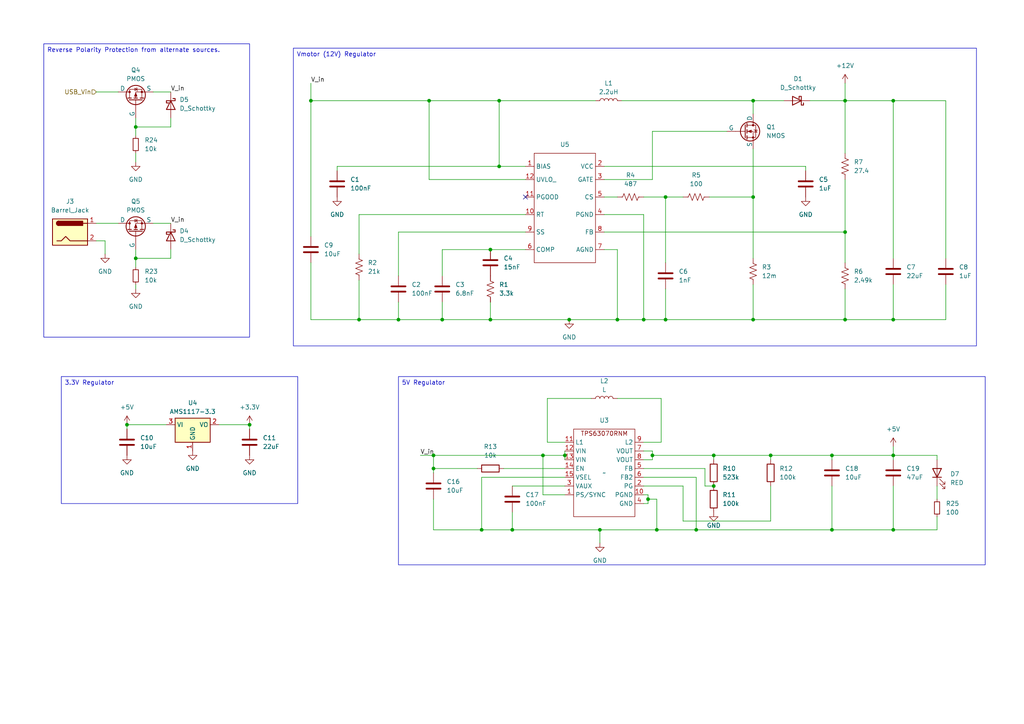
<source format=kicad_sch>
(kicad_sch (version 20230121) (generator eeschema)
  (paper "A4")
  (lib_symbols
    (symbol "Connector:Barrel_Jack" (pin_names (offset 1.016))
      (property "Reference" "J" (at 0 5.334 0))
      (property "Value" "Barrel_Jack" (at 0 -5.08 0))
      (symbol "Barrel_Jack_0_1"
        (rectangle (start -5.08 3.81) (end 5.08 -3.81) (stroke (width 0.254)) (fill (type background)))
        (arc (start -3.302 3.175) (mid -3.9343 2.54) (end -3.302 1.905) (stroke (width 0.254)))
        (arc (start -3.302 3.175) (mid -3.9343 2.54) (end -3.302 1.905) (stroke (width 0.254)) (fill (type outline)))
        (polyline (pts (xy 5.08 2.54) (xy 3.81 2.54)) (stroke (width 0.254)))
        (polyline (pts (xy -3.81 -2.54) (xy -2.54 -2.54) (xy -1.27 -1.27) (xy 0 -2.54) (xy 2.54 -2.54) (xy 5.08 -2.54)) (stroke (width 0.254)))
        (rectangle (start 3.683 3.175) (end -3.302 1.905) (stroke (width 0.254)) (fill (type outline)))
      )
      (symbol "Barrel_Jack_1_1"
        (pin passive line (at 7.62 2.54 180) (length 2.54) (name "~") (number "1"))
        (pin passive line (at 7.62 -2.54 180) (length 2.54) (name "~") (number "2"))
      )
    )
    (symbol "Device:C" (pin_numbers hide) (pin_names (offset 0.254))
      (property "Reference" "C" (at 0.635 2.54 0))
      (property "Value" "C" (at 0.635 -2.54 0))
      (symbol "C_0_1"
        (polyline (pts (xy -2.032 -0.762) (xy 2.032 -0.762)) (stroke (width 0.508)))
        (polyline (pts (xy -2.032 0.762) (xy 2.032 0.762)) (stroke (width 0.508)))
      )
      (symbol "C_1_1"
        (pin passive line (at 0 3.81 270) (length 2.794) (name "~") (number "1"))
        (pin passive line (at 0 -3.81 90) (length 2.794) (name "~") (number "2"))
      )
    )
    (symbol "Device:D_Schottky" (pin_numbers hide) (pin_names (offset 1.016) hide)
      (property "Reference" "D" (at 0 2.54 0))
      (property "Value" "D_Schottky" (at 0 -2.54 0))
      (symbol "D_Schottky_0_1"
        (polyline (pts (xy 1.27 0) (xy -1.27 0)))
        (polyline (pts (xy 1.27 1.27) (xy 1.27 -1.27) (xy -1.27 0) (xy 1.27 1.27)) (stroke (width 0.254)))
        (polyline (pts (xy -1.905 0.635) (xy -1.905 1.27) (xy -1.27 1.27) (xy -1.27 -1.27) (xy -0.635 -1.27) (xy -0.635 -0.635)) (stroke (width 0.254)))
      )
      (symbol "D_Schottky_1_1"
        (pin passive line (at -3.81 0 0) (length 2.54) (name "K") (number "1"))
        (pin passive line (at 3.81 0 180) (length 2.54) (name "A") (number "2"))
      )
    )
    (symbol "Device:L" (pin_numbers hide) (pin_names (offset 1.016) hide)
      (property "Reference" "L" (at -1.27 0 90))
      (property "Value" "L" (at 1.905 0 90))
      (symbol "L_0_1"
        (arc (start 0 -2.54) (mid 0.6323 -1.905) (end 0 -1.27))
        (arc (start 0 -1.27) (mid 0.6323 -0.635) (end 0 0))
        (arc (start 0 0) (mid 0.6323 0.635) (end 0 1.27))
        (arc (start 0 1.27) (mid 0.6323 1.905) (end 0 2.54))
      )
      (symbol "L_1_1"
        (pin passive line (at 0 3.81 270) (length 1.27) (name "1") (number "1"))
        (pin passive line (at 0 -3.81 90) (length 1.27) (name "2") (number "2"))
      )
    )
    (symbol "Device:LED" (pin_numbers hide) (pin_names (offset 1.016) hide)
      (property "Reference" "D" (at 0 2.54 0))
      (property "Value" "LED" (at 0 -2.54 0))
      (symbol "LED_0_1"
        (polyline (pts (xy -1.27 -1.27) (xy -1.27 1.27)) (stroke (width 0.254)))
        (polyline (pts (xy -1.27 0) (xy 1.27 0)))
        (polyline (pts (xy 1.27 -1.27) (xy 1.27 1.27) (xy -1.27 0) (xy 1.27 -1.27)) (stroke (width 0.254)))
        (polyline (pts (xy -3.048 -0.762) (xy -4.572 -2.286) (xy -3.81 -2.286) (xy -4.572 -2.286) (xy -4.572 -1.524)))
        (polyline (pts (xy -1.778 -0.762) (xy -3.302 -2.286) (xy -2.54 -2.286) (xy -3.302 -2.286) (xy -3.302 -1.524)))
      )
      (symbol "LED_1_1"
        (pin passive line (at -3.81 0 0) (length 2.54) (name "K") (number "1"))
        (pin passive line (at 3.81 0 180) (length 2.54) (name "A") (number "2"))
      )
    )
    (symbol "Device:R" (pin_numbers hide) (pin_names (offset 0))
      (property "Reference" "R" (at 2.032 0 90))
      (property "Value" "R" (at 0 0 90))
      (symbol "R_0_1"
        (rectangle (start -1.016 -2.54) (end 1.016 2.54) (stroke (width 0.254)))
      )
      (symbol "R_1_1"
        (pin passive line (at 0 3.81 270) (length 1.27) (name "~") (number "1"))
        (pin passive line (at 0 -3.81 90) (length 1.27) (name "~") (number "2"))
      )
    )
    (symbol "Device:R_Small" (pin_numbers hide) (pin_names (offset 0.254) hide)
      (property "Reference" "R" (at 0.762 0.508 0))
      (property "Value" "R_Small" (at 0.762 -1.016 0))
      (symbol "R_Small_0_1"
        (rectangle (start -0.762 1.778) (end 0.762 -1.778) (stroke (width 0.2032)))
      )
      (symbol "R_Small_1_1"
        (pin passive line (at 0 2.54 270) (length 0.762) (name "~") (number "1"))
        (pin passive line (at 0 -2.54 90) (length 0.762) (name "~") (number "2"))
      )
    )
    (symbol "Device:R_US" (pin_numbers hide) (pin_names (offset 0))
      (property "Reference" "R" (at 2.54 0 90))
      (property "Value" "R_US" (at -2.54 0 90))
      (symbol "R_US_0_1"
        (polyline (pts (xy 0 -2.286) (xy 0 -2.54)))
        (polyline (pts (xy 0 2.286) (xy 0 2.54)))
        (polyline (pts (xy 0 -0.762) (xy 1.016 -1.143) (xy 0 -1.524) (xy -1.016 -1.905) (xy 0 -2.286)))
        (polyline (pts (xy 0 0.762) (xy 1.016 0.381) (xy 0 0) (xy -1.016 -0.381) (xy 0 -0.762)))
        (polyline (pts (xy 0 2.286) (xy 1.016 1.905) (xy 0 1.524) (xy -1.016 1.143) (xy 0 0.762)))
      )
      (symbol "R_US_1_1"
        (pin passive line (at 0 3.81 270) (length 1.27) (name "~") (number "1"))
        (pin passive line (at 0 -3.81 90) (length 1.27) (name "~") (number "2"))
      )
    )
    (symbol "OSMI-parts:LM51551DSS"
      (property "Reference" "U" (at 0 2.54 0))
      (symbol "LM51551DSS_1_1"
        (rectangle (start -8.89 17.78) (end 8.89 -13.97))
        (pin power_in line (at -11.43 13.97 0) (length 2.54) (name "BIAS") (number "1"))
        (pin input line (at -11.43 0 0) (length 2.54) (name "RT") (number "10"))
        (pin output line (at -11.43 5.08 0) (length 2.54) (name "PGOOD") (number "11"))
        (pin input line (at -11.43 10.16 0) (length 2.54) (name "UVLO_") (number "12"))
        (pin power_out line (at 11.43 13.97 180) (length 2.54) (name "VCC") (number "2"))
        (pin output line (at 11.43 10.16 180) (length 2.54) (name "GATE") (number "3"))
        (pin power_in line (at 11.43 0 180) (length 2.54) (name "PGND") (number "4"))
        (pin input line (at 11.43 5.08 180) (length 2.54) (name "CS") (number "5"))
        (pin output line (at -11.43 -10.16 0) (length 2.54) (name "COMP") (number "6"))
        (pin power_in line (at 11.43 -10.16 180) (length 2.54) (name "AGND") (number "7"))
        (pin input line (at 11.43 -5.08 180) (length 2.54) (name "FB") (number "8"))
        (pin input line (at -11.43 -5.08 0) (length 2.54) (name "SS") (number "9"))
      )
    )
    (symbol "OSMI-parts:TPS63070RNM"
      (property "Reference" "U3" (at 0 15.24 0))
      (property "Value" "~" (at 0 0 0))
      (symbol "TPS63070RNM_0_1"
        (rectangle (start -8.89 12.7) (end 8.89 -12.7))
      )
      (symbol "TPS63070RNM_1_1"
        (text "TPS63070RNM" (at 0 11.43 0) (effects (font (size 1.27 1.27))))
        (pin input line (at -11.43 -6.35 0) (length 2.54) (name "PS/SYNC") (number "1"))
        (pin power_in line (at 11.43 -6.35 180) (length 2.54) (name "PGND") (number "10"))
        (pin input line (at -11.43 8.89 0) (length 2.54) (name "L1") (number "11"))
        (pin input line (at -11.43 6.35 0) (length 2.54) (name "VIN") (number "12"))
        (pin input line (at -11.43 3.81 0) (length 2.54) (name "VIN") (number "13"))
        (pin input line (at -11.43 1.27 0) (length 2.54) (name "EN") (number "14"))
        (pin input line (at -11.43 -1.27 0) (length 2.54) (name "VSEL") (number "15"))
        (pin output line (at 11.43 -3.81 180) (length 2.54) (name "PG") (number "2"))
        (pin output line (at -11.43 -3.81 0) (length 2.54) (name "VAUX") (number "3"))
        (pin power_in line (at 11.43 -8.89 180) (length 2.54) (name "GND") (number "4"))
        (pin input line (at 11.43 1.27 180) (length 2.54) (name "FB") (number "5"))
        (pin input line (at 11.43 -1.27 180) (length 2.54) (name "FB2") (number "6"))
        (pin power_out line (at 11.43 6.35 180) (length 2.54) (name "VOUT") (number "7"))
        (pin power_out line (at 11.43 3.81 180) (length 2.54) (name "VOUT") (number "8"))
        (pin input line (at 11.43 8.89 180) (length 2.54) (name "L2") (number "9"))
      )
    )
    (symbol "Regulator_Linear:AMS1117-3.3"
      (property "Reference" "U" (at -3.81 3.175 0))
      (property "Value" "AMS1117-3.3" (at 0 3.175 0))
      (symbol "AMS1117-3.3_0_1"
        (rectangle (start -5.08 -5.08) (end 5.08 1.905) (stroke (width 0.254)) (fill (type background)))
      )
      (symbol "AMS1117-3.3_1_1"
        (pin power_in line (at 0 -7.62 90) (length 2.54) (name "GND") (number "1"))
        (pin power_out line (at 7.62 0 180) (length 2.54) (name "VO") (number "2"))
        (pin power_in line (at -7.62 0 0) (length 2.54) (name "VI") (number "3"))
      )
    )
    (symbol "Simulation_SPICE:NMOS" (pin_numbers hide) (pin_names (offset 0))
      (property "Reference" "Q" (at 5.08 1.27 0))
      (property "Value" "NMOS" (at 5.08 -1.27 0))
      (symbol "NMOS_0_1"
        (polyline (pts (xy 0.254 0) (xy -2.54 0)))
        (polyline (pts (xy 0.254 1.905) (xy 0.254 -1.905)) (stroke (width 0.254)))
        (polyline (pts (xy 0.762 -1.27) (xy 0.762 -2.286)) (stroke (width 0.254)))
        (polyline (pts (xy 0.762 0.508) (xy 0.762 -0.508)) (stroke (width 0.254)))
        (polyline (pts (xy 0.762 2.286) (xy 0.762 1.27)) (stroke (width 0.254)))
        (polyline (pts (xy 2.54 2.54) (xy 2.54 1.778)))
        (polyline (pts (xy 2.54 -2.54) (xy 2.54 0) (xy 0.762 0)))
        (polyline (pts (xy 0.762 -1.778) (xy 3.302 -1.778) (xy 3.302 1.778) (xy 0.762 1.778)))
        (polyline (pts (xy 1.016 0) (xy 2.032 0.381) (xy 2.032 -0.381) (xy 1.016 0)) (fill (type outline)))
        (polyline (pts (xy 2.794 0.508) (xy 2.921 0.381) (xy 3.683 0.381) (xy 3.81 0.254)))
        (polyline (pts (xy 3.302 0.381) (xy 2.921 -0.254) (xy 3.683 -0.254) (xy 3.302 0.381)))
        (circle (center 1.651 0) (radius 2.794) (stroke (width 0.254)))
        (circle (center 2.54 -1.778) (radius 0.254) (fill (type outline)))
        (circle (center 2.54 1.778) (radius 0.254) (fill (type outline)))
      )
      (symbol "NMOS_1_1"
        (pin passive line (at 2.54 5.08 270) (length 2.54) (name "D") (number "1"))
        (pin input line (at -5.08 0 0) (length 2.54) (name "G") (number "2"))
        (pin passive line (at 2.54 -5.08 90) (length 2.54) (name "S") (number "3"))
      )
    )
    (symbol "Simulation_SPICE:PMOS" (pin_numbers hide) (pin_names (offset 0))
      (property "Reference" "Q" (at 5.08 1.27 0))
      (property "Value" "PMOS" (at 5.08 -1.27 0))
      (symbol "PMOS_0_1"
        (polyline (pts (xy 0.254 0) (xy -2.54 0)))
        (polyline (pts (xy 0.254 1.905) (xy 0.254 -1.905)) (stroke (width 0.254)))
        (polyline (pts (xy 0.762 -1.27) (xy 0.762 -2.286)) (stroke (width 0.254)))
        (polyline (pts (xy 0.762 0.508) (xy 0.762 -0.508)) (stroke (width 0.254)))
        (polyline (pts (xy 0.762 2.286) (xy 0.762 1.27)) (stroke (width 0.254)))
        (polyline (pts (xy 2.54 2.54) (xy 2.54 1.778)))
        (polyline (pts (xy 2.54 -2.54) (xy 2.54 0) (xy 0.762 0)))
        (polyline (pts (xy 0.762 1.778) (xy 3.302 1.778) (xy 3.302 -1.778) (xy 0.762 -1.778)))
        (polyline (pts (xy 2.286 0) (xy 1.27 0.381) (xy 1.27 -0.381) (xy 2.286 0)) (fill (type outline)))
        (polyline (pts (xy 2.794 -0.508) (xy 2.921 -0.381) (xy 3.683 -0.381) (xy 3.81 -0.254)))
        (polyline (pts (xy 3.302 -0.381) (xy 2.921 0.254) (xy 3.683 0.254) (xy 3.302 -0.381)))
        (circle (center 1.651 0) (radius 2.794) (stroke (width 0.254)))
        (circle (center 2.54 -1.778) (radius 0.254) (fill (type outline)))
        (circle (center 2.54 1.778) (radius 0.254) (fill (type outline)))
      )
      (symbol "PMOS_1_1"
        (pin passive line (at 2.54 5.08 270) (length 2.54) (name "D") (number "1"))
        (pin input line (at -5.08 0 0) (length 2.54) (name "G") (number "2"))
        (pin passive line (at 2.54 -5.08 90) (length 2.54) (name "S") (number "3"))
      )
    )
    (symbol "power:+12V" (power) (pin_names (offset 0))
      (property "Value" "+12V" (at 0 3.556 0))
      (symbol "+12V_0_1"
        (polyline (pts (xy -0.762 1.27) (xy 0 2.54)))
        (polyline (pts (xy 0 0) (xy 0 2.54)))
        (polyline (pts (xy 0 2.54) (xy 0.762 1.27)))
      )
      (symbol "+12V_1_1"
        (pin power_in line (at 0 0 90) (length 0) hide (name "+12V") (number "1"))
      )
    )
    (symbol "power:+3.3V" (power) (pin_names (offset 0))
      (property "Value" "+3.3V" (at 0 3.556 0))
      (symbol "+3.3V_0_1"
        (polyline (pts (xy -0.762 1.27) (xy 0 2.54)))
        (polyline (pts (xy 0 0) (xy 0 2.54)))
        (polyline (pts (xy 0 2.54) (xy 0.762 1.27)))
      )
      (symbol "+3.3V_1_1"
        (pin power_in line (at 0 0 90) (length 0) hide (name "+3.3V") (number "1"))
      )
    )
    (symbol "power:+5V" (power) (pin_names (offset 0))
      (property "Value" "+5V" (at 0 3.556 0))
      (symbol "+5V_0_1"
        (polyline (pts (xy -0.762 1.27) (xy 0 2.54)))
        (polyline (pts (xy 0 0) (xy 0 2.54)))
        (polyline (pts (xy 0 2.54) (xy 0.762 1.27)))
      )
      (symbol "+5V_1_1"
        (pin power_in line (at 0 0 90) (length 0) hide (name "+5V") (number "1"))
      )
    )
    (symbol "power:GND" (power) (pin_names (offset 0))
      (property "Value" "GND" (at 0 -3.81 0))
      (symbol "GND_0_1"
        (polyline (pts (xy 0 0) (xy 0 -1.27) (xy 1.27 -1.27) (xy 0 -2.54) (xy -1.27 -1.27) (xy 0 -1.27)))
      )
      (symbol "GND_1_1"
        (pin power_in line (at 0 0 270) (length 0) hide (name "GND") (number "1"))
      )
    )
  )
  (junction (at 125.73 135.89))
  (junction (at 223.52 132.08))
  (junction (at 72.39 123.19))
  (junction (at 163.83 132.08))
  (junction (at 207.01 132.08))
  (junction (at 187.96 144.78))
  (junction (at 36.83 123.19))
  (junction (at 186.69 92.71))
  (junction (at 125.73 132.08))
  (junction (at 39.37 74.93))
  (junction (at 115.57 92.71))
  (junction (at 139.7 153.67))
  (junction (at 241.3 153.67))
  (junction (at 39.37 36.83))
  (junction (at 142.24 72.39))
  (junction (at 218.44 92.71))
  (junction (at 193.04 92.71))
  (junction (at 104.14 92.71))
  (junction (at 144.78 48.26))
  (junction (at 259.08 153.67))
  (junction (at 124.46 29.21))
  (junction (at 193.04 57.15))
  (junction (at 179.07 92.71))
  (junction (at 245.11 92.71))
  (junction (at 259.08 132.08))
  (junction (at 218.44 29.21))
  (junction (at 189.23 132.08))
  (junction (at 190.5 153.67))
  (junction (at 173.99 153.67))
  (junction (at 259.08 29.21))
  (junction (at 144.78 29.21))
  (junction (at 241.3 132.08))
  (junction (at 148.59 153.67))
  (junction (at 142.24 92.71))
  (junction (at 218.44 57.15))
  (junction (at 165.1 92.71))
  (junction (at 128.27 92.71))
  (junction (at 245.11 67.31))
  (junction (at 157.48 132.08))
  (junction (at 201.93 153.67))
  (junction (at 245.11 29.21))
  (junction (at 259.08 92.71))
  (junction (at 207.01 140.97))
  (junction (at 90.17 29.21))
  (no_connect (at 152.4 57.15))
  (wire (pts (xy 274.32 29.21) (xy 274.32 74.93)))
  (wire (pts (xy 163.83 132.08) (xy 163.83 133.35)))
  (wire (pts (xy 223.52 151.13) (xy 223.52 140.97)))
  (wire (pts (xy 27.94 64.77) (xy 34.29 64.77)))
  (wire (pts (xy 190.5 153.67) (xy 201.93 153.67)))
  (wire (pts (xy 186.69 133.35) (xy 189.23 133.35)))
  (wire (pts (xy 44.45 26.67) (xy 49.53 26.67)))
  (wire (pts (xy 175.26 62.23) (xy 186.69 62.23)))
  (wire (pts (xy 152.4 62.23) (xy 104.14 62.23)))
  (wire (pts (xy 210.82 38.1) (xy 189.23 38.1)))
  (wire (pts (xy 193.04 92.71) (xy 218.44 92.71)))
  (wire (pts (xy 245.11 92.71) (xy 259.08 92.71)))
  (wire (pts (xy 207.01 132.08) (xy 223.52 132.08)))
  (wire (pts (xy 36.83 123.19) (xy 36.83 124.46)))
  (wire (pts (xy 139.7 153.67) (xy 148.59 153.67)))
  (wire (pts (xy 259.08 153.67) (xy 259.08 140.97)))
  (wire (pts (xy 148.59 153.67) (xy 173.99 153.67)))
  (wire (pts (xy 234.95 29.21) (xy 245.11 29.21)))
  (wire (pts (xy 128.27 72.39) (xy 128.27 80.01)))
  (wire (pts (xy 189.23 38.1) (xy 189.23 52.07)))
  (wire (pts (xy 179.07 115.57) (xy 191.77 115.57)))
  (wire (pts (xy 180.34 29.21) (xy 218.44 29.21)))
  (wire (pts (xy 125.73 153.67) (xy 139.7 153.67)))
  (wire (pts (xy 186.69 138.43) (xy 201.93 138.43)))
  (wire (pts (xy 128.27 87.63) (xy 128.27 92.71)))
  (wire (pts (xy 148.59 140.97) (xy 163.83 140.97)))
  (wire (pts (xy 39.37 34.29) (xy 39.37 36.83)))
  (wire (pts (xy 115.57 87.63) (xy 115.57 92.71)))
  (wire (pts (xy 144.78 29.21) (xy 124.46 29.21)))
  (wire (pts (xy 175.26 48.26) (xy 233.68 48.26)))
  (wire (pts (xy 271.78 140.97) (xy 271.78 144.78)))
  (wire (pts (xy 125.73 144.78) (xy 125.73 153.67)))
  (wire (pts (xy 241.3 132.08) (xy 223.52 132.08)))
  (wire (pts (xy 144.78 48.26) (xy 97.79 48.26)))
  (wire (pts (xy 271.78 149.86) (xy 271.78 153.67)))
  (wire (pts (xy 218.44 29.21) (xy 227.33 29.21)))
  (wire (pts (xy 158.75 128.27) (xy 158.75 115.57)))
  (wire (pts (xy 72.39 123.19) (xy 72.39 124.46)))
  (wire (pts (xy 259.08 132.08) (xy 241.3 132.08)))
  (wire (pts (xy 158.75 115.57) (xy 171.45 115.57)))
  (wire (pts (xy 179.07 72.39) (xy 179.07 92.71)))
  (wire (pts (xy 218.44 82.55) (xy 218.44 92.71)))
  (wire (pts (xy 241.3 153.67) (xy 241.3 140.97)))
  (wire (pts (xy 271.78 133.35) (xy 271.78 132.08)))
  (wire (pts (xy 157.48 132.08) (xy 125.73 132.08)))
  (wire (pts (xy 152.4 48.26) (xy 144.78 48.26)))
  (wire (pts (xy 241.3 132.08) (xy 241.3 133.35)))
  (wire (pts (xy 207.01 132.08) (xy 207.01 133.35)))
  (wire (pts (xy 152.4 52.07) (xy 124.46 52.07)))
  (wire (pts (xy 259.08 29.21) (xy 274.32 29.21)))
  (wire (pts (xy 146.05 135.89) (xy 163.83 135.89)))
  (wire (pts (xy 233.68 48.26) (xy 233.68 49.53)))
  (wire (pts (xy 189.23 130.81) (xy 189.23 132.08)))
  (wire (pts (xy 115.57 67.31) (xy 115.57 80.01)))
  (wire (pts (xy 49.53 74.93) (xy 39.37 74.93)))
  (wire (pts (xy 27.94 26.67) (xy 34.29 26.67)))
  (wire (pts (xy 90.17 76.2) (xy 90.17 92.71)))
  (wire (pts (xy 90.17 24.13) (xy 90.17 29.21)))
  (wire (pts (xy 189.23 132.08) (xy 189.23 133.35)))
  (wire (pts (xy 142.24 87.63) (xy 142.24 92.71)))
  (wire (pts (xy 218.44 33.02) (xy 218.44 29.21)))
  (wire (pts (xy 245.11 52.07) (xy 245.11 67.31)))
  (wire (pts (xy 175.26 72.39) (xy 179.07 72.39)))
  (wire (pts (xy 271.78 153.67) (xy 259.08 153.67)))
  (wire (pts (xy 115.57 92.71) (xy 128.27 92.71)))
  (wire (pts (xy 245.11 24.13) (xy 245.11 29.21)))
  (wire (pts (xy 152.4 72.39) (xy 142.24 72.39)))
  (wire (pts (xy 139.7 138.43) (xy 139.7 153.67)))
  (wire (pts (xy 163.83 143.51) (xy 157.48 143.51)))
  (wire (pts (xy 187.96 146.05) (xy 186.69 146.05)))
  (wire (pts (xy 218.44 92.71) (xy 245.11 92.71)))
  (wire (pts (xy 125.73 132.08) (xy 121.92 132.08)))
  (wire (pts (xy 186.69 92.71) (xy 193.04 92.71)))
  (wire (pts (xy 259.08 132.08) (xy 271.78 132.08)))
  (wire (pts (xy 63.5 123.19) (xy 72.39 123.19)))
  (wire (pts (xy 186.69 62.23) (xy 186.69 92.71)))
  (wire (pts (xy 198.12 140.97) (xy 198.12 151.13)))
  (wire (pts (xy 49.53 72.39) (xy 49.53 74.93)))
  (wire (pts (xy 48.26 123.19) (xy 36.83 123.19)))
  (wire (pts (xy 49.53 36.83) (xy 39.37 36.83)))
  (wire (pts (xy 204.47 140.97) (xy 204.47 135.89)))
  (wire (pts (xy 245.11 29.21) (xy 245.11 44.45)))
  (wire (pts (xy 218.44 57.15) (xy 218.44 74.93)))
  (wire (pts (xy 124.46 52.07) (xy 124.46 29.21)))
  (wire (pts (xy 201.93 138.43) (xy 201.93 153.67)))
  (wire (pts (xy 223.52 132.08) (xy 223.52 133.35)))
  (wire (pts (xy 148.59 148.59) (xy 148.59 153.67)))
  (wire (pts (xy 142.24 72.39) (xy 128.27 72.39)))
  (wire (pts (xy 186.69 140.97) (xy 198.12 140.97)))
  (wire (pts (xy 142.24 92.71) (xy 165.1 92.71)))
  (wire (pts (xy 125.73 135.89) (xy 125.73 137.16)))
  (wire (pts (xy 191.77 115.57) (xy 191.77 128.27)))
  (wire (pts (xy 198.12 151.13) (xy 223.52 151.13)))
  (wire (pts (xy 163.83 132.08) (xy 157.48 132.08)))
  (wire (pts (xy 172.72 29.21) (xy 144.78 29.21)))
  (wire (pts (xy 187.96 144.78) (xy 190.5 144.78)))
  (wire (pts (xy 104.14 62.23) (xy 104.14 73.66)))
  (wire (pts (xy 104.14 92.71) (xy 115.57 92.71)))
  (wire (pts (xy 190.5 144.78) (xy 190.5 153.67)))
  (wire (pts (xy 245.11 29.21) (xy 259.08 29.21)))
  (wire (pts (xy 138.43 135.89) (xy 125.73 135.89)))
  (wire (pts (xy 186.69 143.51) (xy 187.96 143.51)))
  (wire (pts (xy 274.32 92.71) (xy 274.32 82.55)))
  (wire (pts (xy 259.08 129.54) (xy 259.08 132.08)))
  (wire (pts (xy 245.11 76.2) (xy 245.11 67.31)))
  (wire (pts (xy 97.79 48.26) (xy 97.79 49.53)))
  (wire (pts (xy 204.47 135.89) (xy 186.69 135.89)))
  (wire (pts (xy 163.83 128.27) (xy 158.75 128.27)))
  (wire (pts (xy 189.23 132.08) (xy 207.01 132.08)))
  (wire (pts (xy 90.17 92.71) (xy 104.14 92.71)))
  (wire (pts (xy 193.04 76.2) (xy 193.04 57.15)))
  (wire (pts (xy 39.37 44.45) (xy 39.37 46.99)))
  (wire (pts (xy 30.48 69.85) (xy 30.48 73.66)))
  (wire (pts (xy 186.69 57.15) (xy 193.04 57.15)))
  (wire (pts (xy 186.69 130.81) (xy 189.23 130.81)))
  (wire (pts (xy 205.74 57.15) (xy 218.44 57.15)))
  (wire (pts (xy 175.26 57.15) (xy 179.07 57.15)))
  (wire (pts (xy 104.14 81.28) (xy 104.14 92.71)))
  (wire (pts (xy 49.53 34.29) (xy 49.53 36.83)))
  (wire (pts (xy 144.78 48.26) (xy 144.78 29.21)))
  (wire (pts (xy 259.08 82.55) (xy 259.08 92.71)))
  (wire (pts (xy 193.04 83.82) (xy 193.04 92.71)))
  (wire (pts (xy 90.17 29.21) (xy 90.17 68.58)))
  (wire (pts (xy 124.46 29.21) (xy 90.17 29.21)))
  (wire (pts (xy 193.04 57.15) (xy 198.12 57.15)))
  (wire (pts (xy 152.4 67.31) (xy 115.57 67.31)))
  (wire (pts (xy 27.94 69.85) (xy 30.48 69.85)))
  (wire (pts (xy 218.44 43.18) (xy 218.44 57.15)))
  (wire (pts (xy 39.37 72.39) (xy 39.37 74.93)))
  (wire (pts (xy 39.37 74.93) (xy 39.37 77.47)))
  (wire (pts (xy 165.1 92.71) (xy 179.07 92.71)))
  (wire (pts (xy 125.73 132.08) (xy 125.73 135.89)))
  (wire (pts (xy 44.45 64.77) (xy 49.53 64.77)))
  (wire (pts (xy 201.93 153.67) (xy 241.3 153.67)))
  (wire (pts (xy 187.96 143.51) (xy 187.96 144.78)))
  (wire (pts (xy 189.23 52.07) (xy 175.26 52.07)))
  (wire (pts (xy 39.37 36.83) (xy 39.37 39.37)))
  (wire (pts (xy 207.01 140.97) (xy 204.47 140.97)))
  (wire (pts (xy 259.08 92.71) (xy 274.32 92.71)))
  (wire (pts (xy 179.07 92.71) (xy 186.69 92.71)))
  (wire (pts (xy 173.99 153.67) (xy 190.5 153.67)))
  (wire (pts (xy 39.37 82.55) (xy 39.37 83.82)))
  (wire (pts (xy 245.11 83.82) (xy 245.11 92.71)))
  (wire (pts (xy 175.26 67.31) (xy 245.11 67.31)))
  (wire (pts (xy 157.48 143.51) (xy 157.48 132.08)))
  (wire (pts (xy 128.27 92.71) (xy 142.24 92.71)))
  (wire (pts (xy 187.96 144.78) (xy 187.96 146.05)))
  (wire (pts (xy 191.77 128.27) (xy 186.69 128.27)))
  (wire (pts (xy 163.83 138.43) (xy 139.7 138.43)))
  (wire (pts (xy 259.08 132.08) (xy 259.08 133.35)))
  (wire (pts (xy 241.3 153.67) (xy 259.08 153.67)))
  (wire (pts (xy 259.08 29.21) (xy 259.08 74.93)))
  (wire (pts (xy 163.83 130.81) (xy 163.83 132.08)))
  (wire (pts (xy 173.99 157.48) (xy 173.99 153.67)))
  (text_box "Vmotor (12V) Regulator" (at 85.09 13.97 0) (size 198.12 86.36) (effects (font (size 1.27 1.27)) (justify left top)))
  (text_box "5V Regulator" (at 115.57 109.22 0) (size 170.18 54.61) (effects (font (size 1.27 1.27)) (justify left top)))
  (text_box "3.3V Regulator\n" (at 17.78 109.22 0) (size 68.58 36.83) (effects (font (size 1.27 1.27)) (justify left top)))
  (text_box "Reverse Polarity Protection from alternate sources." (at 12.7 12.7 0) (size 59.69 85.09) (effects (font (size 1.27 1.27)) (justify left top)))
  (label "V_in" (at 49.53 64.77 0))
  (label "V_in" (at 49.53 26.67 0))
  (label "V_in" (at 121.92 132.08 0))
  (label "V_in" (at 90.17 24.13 0))
  (hierarchical_label "USB_Vin" (shape input) (at 27.94 26.67 180))
  (symbol (lib_id "Device:R_Small") (at 271.78 147.32 0) (unit 1)
    (property "Reference" "R25" (at 274.32 146.05 0) (effects (justify left)))
    (property "Value" "100" (at 274.32 148.59 0) (effects (justify left)))
    (property "Cost" "$0.10" (effects hide))
    (property "Sim.Enable" "0" (effects hide))
    (property "Order-Link" "https://www.digikey.com/en/products/detail/yageo/RC0603FR-07487RL/727262" (effects hide))
  )
  (symbol (lib_id "power:+3.3V") (at 72.39 123.19 0) (unit 1)
    (property "Reference" "#PWR026" (effects hide))
    (property "Value" "+3.3V" (at 72.39 118.11 0))
  )
  (symbol (lib_id "Device:C") (at 97.79 53.34 180) (unit 1)
    (property "Reference" "C1" (at 101.6 52.07 0) (effects (justify right)))
    (property "Value" "100nF" (at 101.6 54.61 0) (effects (justify right)))
    (property "Footprint" "Capacitor_SMD:C_0603_1608Metric" (effects hide))
    (property "Cost" "$0.26" (effects hide))
    (property "Sim.Enable" "0" (effects hide))
    (property "Order-Link" "https://www.digikey.com/en/products/detail/samsung-electro-mechanics/CL10E104KC8VPNC/20498486" (effects hide))
  )
  (symbol (lib_id "Device:R_US") (at 142.24 83.82 180) (unit 1)
    (property "Reference" "R1" (at 144.78 82.55 0) (effects (justify right)))
    (property "Value" "3.3k" (at 144.78 85.09 0) (effects (justify right)))
    (property "Footprint" "Resistor_SMD:R_0603_1608Metric" (effects hide))
    (property "Cost" "$0.10" (effects hide))
    (property "Sim.Enable" "0" (effects hide))
    (property "Order-Link" "https://www.digikey.com/en/products/detail/yageo/RC0603JR-133K3L/14286476" (effects hide))
  )
  (symbol (lib_id "Device:L") (at 176.53 29.21 90) (unit 1)
    (property "Reference" "L1" (at 176.53 24.13 90))
    (property "Value" "2.2uH" (at 176.53 26.67 90))
    (property "Footprint" "Inductor_SMD:L_Coilcraft_XAL8050-223" (effects hide))
    (property "Datasheet" "http://www.coilcraft.com/pdfs/xal50xx.pdf" (effects hide))
    (property "Cost" "$0.11" (effects hide))
    (property "Sim.Enable" "0" (effects hide))
    (property "Order-Link" "https://www.digikey.com/en/products/detail/taiyo-yuden/LBR2012T2R2M/1788935" (effects hide))
  )
  (symbol (lib_id "Device:D_Schottky") (at 231.14 29.21 180) (unit 1)
    (property "Reference" "D1" (at 231.4575 22.86 0))
    (property "Value" "D_Schottky" (at 231.4575 25.4 0))
    (property "Footprint" "SL42_E3_57T:CR_2-E3&slash_57T_VIS" (effects hide))
    (property "Datasheet" "https://www.vishay.com/docs/88742/sl42.pdf" (effects hide))
    (property "digikey_pn" "SL42-E3/57TGITR-ND" (effects hide))
    (property "cost" ".89" (effects hide))
    (property "Cost" "0" (effects hide))
    (property "Sim.Enable" "0" (effects hide))
  )
  (symbol (lib_id "power:+12V") (at 245.11 24.13 0) (unit 1)
    (property "Reference" "#PWR08" (effects hide))
    (property "Value" "+12V" (at 245.11 19.05 0))
  )
  (symbol (lib_id "Simulation_SPICE:PMOS") (at 39.37 29.21 90) (unit 1)
    (property "Reference" "Q4" (at 39.37 20.32 90))
    (property "Value" "PMOS" (at 39.37 22.86 90))
    (property "Datasheet" "https://ngspice.sourceforge.io/docs/ngspice-manual.pdf" (effects hide))
    (property "Sim.Device" "PMOS" (effects hide))
    (property "Sim.Type" "VDMOS" (effects hide))
    (property "Sim.Pins" "1=D 2=G 3=S" (effects hide))
    (property "Cost" "0" (effects hide))
    (property "Sim.Enable" "0" (effects hide))
  )
  (symbol (lib_id "Device:R") (at 142.24 135.89 90) (unit 1)
    (property "Reference" "R13" (at 142.24 129.54 90))
    (property "Value" "10k" (at 142.24 132.08 90))
    (property "Footprint" "Resistor_SMD:R_0603_1608Metric" (effects hide))
    (property "Cost" "$0.10" (effects hide))
    (property "Sim.Enable" "0" (effects hide))
    (property "Order-Link" "https://www.digikey.com/en/products/detail/stackpole-electronics-inc/RMCF0603FT10K0/1761235" (effects hide))
  )
  (symbol (lib_id "power:+5V") (at 36.83 123.19 0) (unit 1)
    (property "Reference" "#PWR025" (effects hide))
    (property "Value" "+5V" (at 36.83 118.11 0))
  )
  (symbol (lib_id "Device:D_Schottky") (at 49.53 68.58 270) (unit 1)
    (property "Reference" "D4" (at 52.07 66.9925 90) (effects (justify left)))
    (property "Value" "D_Schottky" (at 52.07 69.5325 90) (effects (justify left)))
    (property "Cost" "0" (effects hide))
    (property "Sim.Enable" "0" (effects hide))
  )
  (symbol (lib_id "Device:C") (at 259.08 78.74 180) (unit 1)
    (property "Reference" "C7" (at 262.89 77.47 0) (effects (justify right)))
    (property "Value" "22uF" (at 262.89 80.01 0) (effects (justify right)))
    (property "Footprint" "Capacitor_SMD:C_0603_1608Metric" (effects hide))
    (property "Cost" "$0.08" (effects hide))
    (property "Sim.Enable" "0" (effects hide))
    (property "Order-Link" "https://www.digikey.com/en/products/detail/murata-electronics/GRM188R60G226MEA0D/2334877" (effects hide))
  )
  (symbol (lib_id "power:GND") (at 165.1 92.71 0) (unit 1)
    (property "Reference" "#PWR021" (effects hide))
    (property "Value" "GND" (at 165.1 97.79 0))
  )
  (symbol (lib_id "Device:C") (at 115.57 83.82 180) (unit 1)
    (property "Reference" "C2" (at 119.38 82.55 0) (effects (justify right)))
    (property "Value" "100nF" (at 119.38 85.09 0) (effects (justify right)))
    (property "Footprint" "Capacitor_SMD:C_0603_1608Metric" (effects hide))
    (property "Cost" "$0.26" (effects hide))
    (property "Sim.Enable" "0" (effects hide))
    (property "Order-Link" "https://www.digikey.com/en/products/detail/samsung-electro-mechanics/CL10E104KC8VPNC/20498486" (effects hide))
  )
  (symbol (lib_id "Device:R_US") (at 218.44 78.74 180) (unit 1)
    (property "Reference" "R3" (at 220.98 77.47 0) (effects (justify right)))
    (property "Value" "12m" (at 220.98 80.01 0) (effects (justify right)))
    (property "Footprint" "Resistor_SMD:R_1206_3216Metric" (effects hide))
    (property "Cost" "$0.58" (effects hide))
    (property "Sim.Enable" "0" (effects hide))
    (property "Order-Link" "https://www.digikey.com/en/products/detail/vishay-dale/WFCP0603R0120FE66/15908415" (effects hide))
  )
  (symbol (lib_id "power:GND") (at 173.99 157.48 0) (unit 1)
    (property "Reference" "#PWR035" (effects hide))
    (property "Value" "GND" (at 173.99 162.56 0))
  )
  (symbol (lib_id "Device:R_US") (at 201.93 57.15 270) (unit 1)
    (property "Reference" "R5" (at 201.93 50.8 90))
    (property "Value" "100" (at 201.93 53.34 90))
    (property "Footprint" "Resistor_SMD:R_0603_1608Metric" (effects hide))
    (property "Cost" "$0.10" (effects hide))
    (property "Sim.Enable" "00" (effects hide))
    (property "Order-Link" "https://www.digikey.com/en/products/detail/yageo/RC0603FR-07487RL/727262" (effects hide))
  )
  (symbol (lib_id "Device:R_US") (at 104.14 77.47 180) (unit 1)
    (property "Reference" "R2" (at 106.68 76.2 0) (effects (justify right)))
    (property "Value" "21k" (at 106.68 78.74 0) (effects (justify right)))
    (property "Footprint" "Resistor_SMD:R_0603_1608Metric" (effects hide))
    (property "Cost" "$0.10" (effects hide))
    (property "Sim.Enable" "0" (effects hide))
    (property "Order-Link" "https://www.digikey.com/en/products/detail/stackpole-electronics-inc/RMCF0603FT21K0/1713784" (effects hide))
  )
  (symbol (lib_id "Device:C") (at 233.68 53.34 180) (unit 1)
    (property "Reference" "C5" (at 237.49 52.07 0) (effects (justify right)))
    (property "Value" "1uF" (at 237.49 54.61 0) (effects (justify right)))
    (property "Footprint" "Capacitor_SMD:C_0201_0603Metric" (effects hide))
    (property "Cost" "$0.10" (effects hide))
    (property "Sim.Enable" "0" (effects hide))
    (property "Order-Link" "https://www.digikey.com/en/products/detail/samsung-electro-mechanics/CL10A105KA8NNNC/3886760" (effects hide))
  )
  (symbol (lib_id "power:GND") (at 36.83 132.08 0) (unit 1)
    (property "Reference" "#PWR024" (effects hide))
    (property "Value" "GND" (at 36.83 137.16 0))
  )
  (symbol (lib_id "Device:C") (at 125.73 140.97 0) (unit 1)
    (property "Reference" "C16" (at 129.54 139.7 0) (effects (justify left)))
    (property "Value" "10uF" (at 129.54 142.24 0) (effects (justify left)))
    (property "Footprint" "Capacitor_SMD:C_0805_2012Metric" (effects hide))
    (property "Cost" "$0.10" (effects hide))
    (property "Sim.Enable" "0" (effects hide))
    (property "Order-Link" "https://www.digikey.com/en/products/detail/samsung-electro-mechanics/CL21A106KOQNNNE/3886754" (effects hide))
  )
  (symbol (lib_id "Device:R") (at 207.01 144.78 0) (unit 1)
    (property "Reference" "R11" (at 209.55 143.51 0) (effects (justify left)))
    (property "Value" "100k" (at 209.55 146.05 0) (effects (justify left)))
    (property "Footprint" "Resistor_SMD:R_0603_1608Metric" (effects hide))
    (property "Cost" "$0.10" (effects hide))
    (property "Sim.Enable" "0" (effects hide))
    (property "Order-Link" "https://www.digikey.com/en/products/detail/stackpole-electronics-inc/RMCF0603FT100K/1761112" (effects hide))
  )
  (symbol (lib_id "Device:R_Small") (at 39.37 80.01 0) (unit 1)
    (property "Reference" "R23" (at 41.91 78.74 0) (effects (justify left)))
    (property "Value" "10k" (at 41.91 81.28 0) (effects (justify left)))
    (property "Cost" "$0.10" (effects hide))
    (property "Sim.Enable" "0" (effects hide))
    (property "Order-Link" "https://www.digikey.com/en/products/detail/stackpole-electronics-inc/RMCF0603FT10K0/1761235" (effects hide))
  )
  (symbol (lib_id "Device:C") (at 259.08 137.16 0) (unit 1)
    (property "Reference" "C19" (at 262.89 135.89 0) (effects (justify left)))
    (property "Value" "47uF" (at 262.89 138.43 0) (effects (justify left)))
    (property "Footprint" "Capacitor_SMD:C_0805_2012Metric" (effects hide))
    (property "Cost" "$0.29" (effects hide))
    (property "Sim.Enable" "0" (effects hide))
    (property "Order-Link" "https://www.digikey.com/en/products/detail/samsung-electro-mechanics/CL21A476MQYNNNE/3887510" (effects hide))
  )
  (symbol (lib_id "Device:LED") (at 271.78 137.16 90) (unit 1)
    (property "Reference" "D7" (at 275.59 137.4775 90) (effects (justify right)))
    (property "Value" "RED" (at 275.59 140.0175 90) (effects (justify right)))
    (property "Cost" "0" (effects hide))
    (property "Sim.Enable" "0" (effects hide))
  )
  (symbol (lib_id "Connector:Barrel_Jack") (at 20.32 67.31 0) (unit 1)
    (property "Reference" "J3" (at 20.32 58.42 0))
    (property "Value" "Barrel_Jack" (at 20.32 60.96 0))
    (property "Footprint" "Connector_BarrelJack:BarrelJack_GCT_DCJ200-10-A_Horizontal" (effects hide))
    (property "Cost" "0" (effects hide))
    (property "Sim.Enable" "0" (effects hide))
  )
  (symbol (lib_id "Device:C") (at 128.27 83.82 180) (unit 1)
    (property "Reference" "C3" (at 132.08 82.55 0) (effects (justify right)))
    (property "Value" "6.8nF" (at 132.08 85.09 0) (effects (justify right)))
    (property "Footprint" "Capacitor_SMD:C_0603_1608Metric" (effects hide))
    (property "Cost" "$0.45" (effects hide))
    (property "Sim.Enable" "0" (effects hide))
    (property "Order-Link" "https://www.digikey.com/en/products/detail/kemet/C0603C682K5TACAUTO/13546792" (effects hide))
  )
  (symbol (lib_id "Device:R_US") (at 182.88 57.15 270) (unit 1)
    (property "Reference" "R4" (at 182.88 50.8 90))
    (property "Value" "487" (at 182.88 53.34 90))
    (property "Footprint" "Resistor_SMD:R_1206_3216Metric" (effects hide))
    (property "Cost" "$0.10" (effects hide))
    (property "Sim.Enable" "0" (effects hide))
    (property "Order-Link" "https://www.digikey.com/en/products/detail/stackpole-electronics-inc/RMCF0603FT487K/1714075" (effects hide))
  )
  (symbol (lib_id "Device:C") (at 241.3 137.16 0) (unit 1)
    (property "Reference" "C18" (at 245.11 135.89 0) (effects (justify left)))
    (property "Value" "10uF" (at 245.11 138.43 0) (effects (justify left)))
    (property "Footprint" "Capacitor_SMD:C_0805_2012Metric" (effects hide))
    (property "Cost" "$0.10" (effects hide))
    (property "Sim.Enable" "0" (effects hide))
    (property "Order-Link" "https://www.digikey.com/en/products/detail/samsung-electro-mechanics/CL21A106KOQNNNE/3886754" (effects hide))
  )
  (symbol (lib_id "Device:L") (at 175.26 115.57 90) (unit 1)
    (property "Reference" "L2" (at 175.26 110.49 90))
    (property "Value" "L" (at 175.26 113.03 90))
    (property "Footprint" "Inductor_SMD:L_Coilcraft_XAL8050-223" (effects hide))
    (property "Cost" "0" (effects hide))
    (property "Sim.Enable" "0" (effects hide))
  )
  (symbol (lib_id "Regulator_Linear:AMS1117-3.3") (at 55.88 123.19 0) (unit 1)
    (property "Reference" "U4" (at 55.88 116.84 0))
    (property "Value" "AMS1117-3.3" (at 55.88 119.38 0))
    (property "Footprint" "Package_TO_SOT_SMD:SOT-223" (effects hide))
    (property "Datasheet" "http://www.advanced-monolithic.com/pdf/ds1117.pdf" (effects hide))
    (property "Cost" "0" (effects hide))
    (property "Sim.Enable" "0" (effects hide))
  )
  (symbol (lib_id "Device:C") (at 193.04 80.01 180) (unit 1)
    (property "Reference" "C6" (at 196.85 78.74 0) (effects (justify right)))
    (property "Value" "1nF" (at 196.85 81.28 0) (effects (justify right)))
    (property "Footprint" "Capacitor_SMD:C_0805_2012Metric" (effects hide))
    (property "Cost" "$0.42" (effects hide))
    (property "Sim.Enable" "0" (effects hide))
    (property "Order-Link" "https://www.digikey.com/en/products/detail/kemet/C0805C102KDRACAUTO/8109824" (effects hide))
  )
  (symbol (lib_id "Device:R_US") (at 245.11 80.01 180) (unit 1)
    (property "Reference" "R6" (at 247.65 78.74 0) (effects (justify right)))
    (property "Value" "2.49k" (at 247.65 81.28 0) (effects (justify right)))
    (property "Footprint" "Resistor_SMD:R_0603_1608Metric" (effects hide))
    (property "Cost" "$0.13" (effects hide))
    (property "Sim.Enable" "0" (effects hide))
    (property "Order-Link" "https://www.digikey.com/en/products/detail/panasonic-electronic-components/ERA-3AEB2491V/2026782" (effects hide))
  )
  (symbol (lib_id "power:GND") (at 39.37 46.99 0) (unit 1)
    (property "Reference" "#PWR055" (effects hide))
    (property "Value" "GND" (at 39.37 52.07 0))
  )
  (symbol (lib_id "power:GND") (at 207.01 148.59 0) (unit 1)
    (property "Reference" "#PWR034" (effects hide))
    (property "Value" "GND" (at 207.01 152.4 0))
  )
  (symbol (lib_id "Device:R") (at 207.01 137.16 0) (unit 1)
    (property "Reference" "R10" (at 209.55 135.89 0) (effects (justify left)))
    (property "Value" "523k" (at 209.55 138.43 0) (effects (justify left)))
    (property "Footprint" "Resistor_SMD:R_0603_1608Metric" (effects hide))
    (property "Cost" "$0.10" (effects hide))
    (property "Sim.Enable" "0" (effects hide))
    (property "Order-Link" "https://www.digikey.com/en/products/detail/stackpole-electronics-inc/RMCF0603FT523K/1760888" (effects hide))
  )
  (symbol (lib_id "power:GND") (at 55.88 130.81 0) (unit 1)
    (property "Reference" "#PWR022" (effects hide))
    (property "Value" "GND" (at 55.88 135.89 0))
  )
  (symbol (lib_id "power:+5V") (at 259.08 129.54 0) (unit 1)
    (property "Reference" "#PWR036" (effects hide))
    (property "Value" "+5V" (at 259.08 124.46 0))
  )
  (symbol (lib_id "Device:C") (at 72.39 128.27 0) (unit 1)
    (property "Reference" "C11" (at 76.2 127 0) (effects (justify left)))
    (property "Value" "22uF" (at 76.2 129.54 0) (effects (justify left)))
    (property "Footprint" "Capacitor_SMD:C_0603_1608Metric" (effects hide))
    (property "Cost" "$0.08" (effects hide))
    (property "Sim.Enable" "0" (effects hide))
    (property "Order-Link" "https://www.digikey.com/en/products/detail/murata-electronics/GRM188R60G226MEA0D/2334877" (effects hide))
  )
  (symbol (lib_id "OSMI-parts:TPS63070RNM") (at 175.26 137.16 0) (unit 1)
    (property "Reference" "U3" (at 175.26 121.92 0))
    (property "Value" "~" (at 175.26 137.16 0))
    (property "Footprint" "OSMI-parts:VQFN-15-1EP-2.5x3mm_P0.5mm" (effects hide))
    (property "Datasheet" "https://www.ti.com/lit/ds/symlink/tps63070.pdf?ts=1705665685909&ref_url=https%253A%252F%252Fhu.mouser.com%252F" (effects hide))
    (property "Cost" "0" (effects hide))
    (property "Sim.Enable" "0" (effects hide))
  )
  (symbol (lib_id "Simulation_SPICE:NMOS") (at 215.9 38.1 0) (unit 1)
    (property "Reference" "Q1" (at 222.25 36.83 0) (effects (justify left)))
    (property "Value" "NMOS" (at 222.25 39.37 0) (effects (justify left)))
    (property "Footprint" "Package_SON:WSON-8-1EP_2x2mm_P0.5mm_EP0.9x1.6mm" (effects hide))
    (property "Datasheet" "https://www.ti.com/lit/ds/symlink/csd17571q2.pdf?HQS=dis-dk-null-digikeymode-dsf-pf-null-wwe&ts=1705633130083&ref_url=https%253A%252F%252Fwww.ti.com%252Fgeneral%252Fdocs%252Fsuppproductinfo.tsp%253FdistId%253D10%2526gotoUrl%253Dhttps%253A%252F%252Fwww.ti.com%252Flit%252Fgpn%252Fcsd17571q2" (effects hide))
    (property "Sim.Device" "NMOS" (effects hide))
    (property "Sim.Type" "VDMOS" (effects hide))
    (property "Sim.Pins" "1=D 2=G 3=S" (effects hide))
    (property "digikey_pn" "296-37193-6-ND" (effects hide))
    (property "cost" ".48" (effects hide))
    (property "Cost" "0" (effects hide))
    (property "Sim.Enable" "0" (effects hide))
  )
  (symbol (lib_id "power:GND") (at 233.68 57.15 0) (unit 1)
    (property "Reference" "#PWR09" (effects hide))
    (property "Value" "GND" (at 233.68 62.23 0))
  )
  (symbol (lib_id "Simulation_SPICE:PMOS") (at 39.37 67.31 90) (unit 1)
    (property "Reference" "Q5" (at 39.37 58.42 90))
    (property "Value" "PMOS" (at 39.37 60.96 90))
    (property "Datasheet" "https://ngspice.sourceforge.io/docs/ngspice-manual.pdf" (effects hide))
    (property "Sim.Device" "PMOS" (effects hide))
    (property "Sim.Type" "VDMOS" (effects hide))
    (property "Sim.Pins" "1=D 2=G 3=S" (effects hide))
    (property "Cost" "0" (effects hide))
    (property "Sim.Enable" "0" (effects hide))
  )
  (symbol (lib_id "Device:C") (at 274.32 78.74 180) (unit 1)
    (property "Reference" "C8" (at 278.13 77.47 0) (effects (justify right)))
    (property "Value" "1uF" (at 278.13 80.01 0) (effects (justify right)))
    (property "Footprint" "Capacitor_SMD:C_0603_1608Metric" (effects hide))
    (property "Cost" "$0.10" (effects hide))
    (property "Sim.Enable" "0" (effects hide))
    (property "Order-Link" "https://www.digikey.com/en/products/detail/samsung-electro-mechanics/CL10A105KA8NNNC/3886760" (effects hide))
  )
  (symbol (lib_id "Device:R_Small") (at 39.37 41.91 0) (unit 1)
    (property "Reference" "R24" (at 41.91 40.64 0) (effects (justify left)))
    (property "Value" "10k" (at 41.91 43.18 0) (effects (justify left)))
    (property "Cost" "$0.10" (effects hide))
    (property "Sim.Enable" "0" (effects hide))
    (property "Order-Link" "https://www.digikey.com/en/products/detail/stackpole-electronics-inc/RMCF0603FT10K0/1761235" (effects hide))
  )
  (symbol (lib_id "Device:C") (at 148.59 144.78 0) (unit 1)
    (property "Reference" "C17" (at 152.4 143.51 0) (effects (justify left)))
    (property "Value" "100nF" (at 152.4 146.05 0) (effects (justify left)))
    (property "Footprint" "Capacitor_SMD:C_0603_1608Metric" (effects hide))
    (property "Cost" "$0.26" (effects hide))
    (property "Sim.Enable" "0" (effects hide))
    (property "Order-Link" "https://www.digikey.com/en/products/detail/samsung-electro-mechanics/CL10E104KC8VPNC/20498486" (effects hide))
  )
  (symbol (lib_id "power:GND") (at 97.79 57.15 0) (unit 1)
    (property "Reference" "#PWR010" (effects hide))
    (property "Value" "GND" (at 97.79 62.23 0))
  )
  (symbol (lib_id "power:GND") (at 39.37 83.82 0) (unit 1)
    (property "Reference" "#PWR054" (effects hide))
    (property "Value" "GND" (at 39.37 88.9 0))
  )
  (symbol (lib_id "Device:C") (at 36.83 128.27 0) (unit 1)
    (property "Reference" "C10" (at 40.64 127 0) (effects (justify left)))
    (property "Value" "10uF" (at 40.64 129.54 0) (effects (justify left)))
    (property "Footprint" "Capacitor_SMD:C_0805_2012Metric" (effects hide))
    (property "Cost" "$0.10" (effects hide))
    (property "Sim.Enable" "0" (effects hide))
    (property "Order-Link" "https://www.digikey.com/en/products/detail/samsung-electro-mechanics/CL21A106KOQNNNE/3886754" (effects hide))
  )
  (symbol (lib_id "Device:D_Schottky") (at 49.53 30.48 270) (unit 1)
    (property "Reference" "D5" (at 52.07 28.8925 90) (effects (justify left)))
    (property "Value" "D_Schottky" (at 52.07 31.4325 90) (effects (justify left)))
    (property "Cost" "0" (effects hide))
    (property "Sim.Enable" "0" (effects hide))
  )
  (symbol (lib_id "power:GND") (at 30.48 73.66 0) (unit 1)
    (property "Reference" "#PWR012" (effects hide))
    (property "Value" "GND" (at 30.48 78.74 0))
  )
  (symbol (lib_id "OSMI-parts:LM51551DSS") (at 163.83 62.23 0) (unit 1)
    (property "Reference" "U5" (at 163.83 41.91 0))
    (property "Footprint" "Package_SON:WSON-12-1EP_3x2mm_P0.5mm_EP1x2.65_ThermalVias" (effects hide))
    (property "Datasheet" "https://www.ti.com/lit/ds/symlink/lm51551.pdf" (effects hide))
    (property "Cost" "0" (effects hide))
    (property "Sim.Enable" "0" (effects hide))
  )
  (symbol (lib_id "Device:R") (at 223.52 137.16 0) (unit 1)
    (property "Reference" "R12" (at 226.06 135.89 0) (effects (justify left)))
    (property "Value" "100k" (at 226.06 138.43 0) (effects (justify left)))
    (property "Footprint" "Resistor_SMD:R_0603_1608Metric" (effects hide))
    (property "Cost" "$0.10" (effects hide))
    (property "Sim.Enable" "0" (effects hide))
    (property "Order-Link" "https://www.digikey.com/en/products/detail/stackpole-electronics-inc/RMCF0603FT100K/1761112" (effects hide))
  )
  (symbol (lib_id "power:GND") (at 72.39 132.08 0) (unit 1)
    (property "Reference" "#PWR023" (effects hide))
    (property "Value" "GND" (at 72.39 137.16 0))
  )
  (symbol (lib_id "Device:R_US") (at 245.11 48.26 180) (unit 1)
    (property "Reference" "R7" (at 247.65 46.99 0) (effects (justify right)))
    (property "Value" "27.4" (at 247.65 49.53 0) (effects (justify right)))
    (property "Footprint" "Resistor_SMD:R_0603_1608Metric" (effects hide))
    (property "Cost" "$0.10" (effects hide))
    (property "Sim.Enable" "0" (effects hide))
    (property "Order-Link" "https://www.digikey.com/en/products/detail/yageo/RC0603FR-0727R4L/727101" (effects hide))
  )
  (symbol (lib_id "Device:C") (at 142.24 76.2 180) (unit 1)
    (property "Reference" "C4" (at 146.05 74.93 0) (effects (justify right)))
    (property "Value" "15nF" (at 146.05 77.47 0) (effects (justify right)))
    (property "Footprint" "Capacitor_SMD:C_1812_4532Metric" (effects hide))
    (property "Cost" "$0.38" (effects hide))
    (property "Sim.Enable" "0" (effects hide))
    (property "Order-Link" "https://www.digikey.com/en/products/detail/kemet/C0603C153J3GAC7867/2199990" (effects hide))
  )
  (symbol (lib_id "Device:C") (at 90.17 72.39 180) (unit 1)
    (property "Reference" "C9" (at 93.98 71.12 0) (effects (justify right)))
    (property "Value" "10uF" (at 93.98 73.66 0) (effects (justify right)))
    (property "Footprint" "Capacitor_SMD:C_0805_2012Metric" (effects hide))
    (property "Cost" "$0.10" (effects hide))
    (property "Sim.Enable" "0" (effects hide))
    (property "Order-Link" "https://www.digikey.com/en/products/detail/samsung-electro-mechanics/CL21A106KOQNNNE/3886754" (effects hide))
  )
)
</source>
